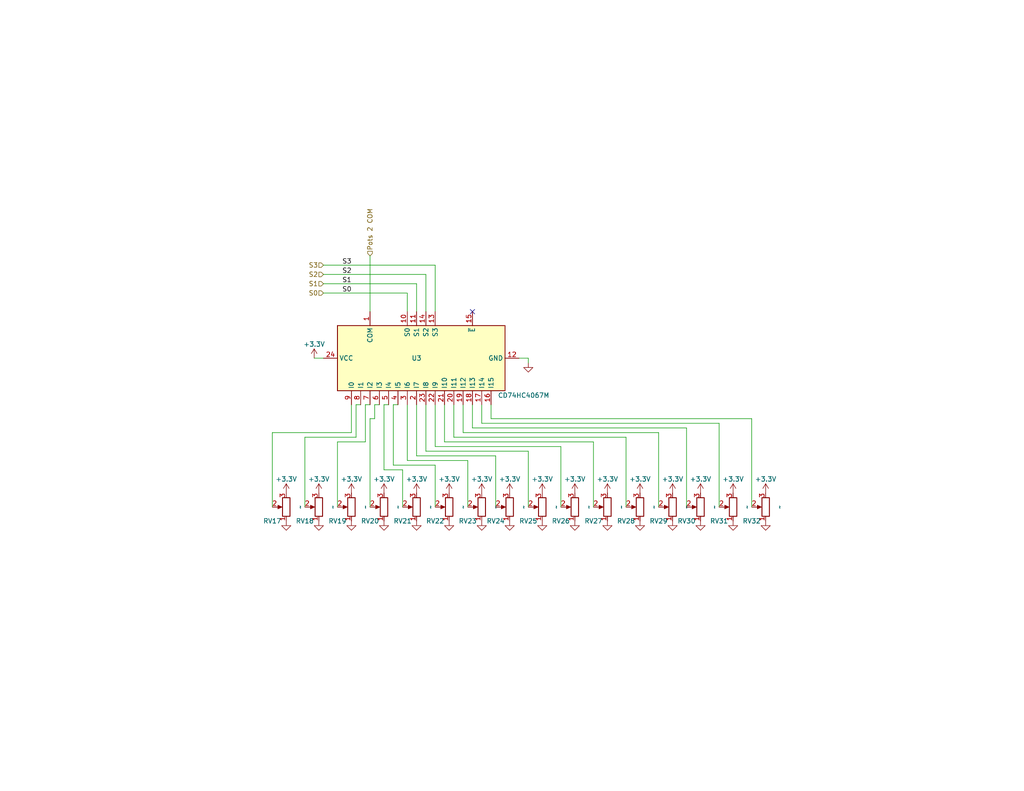
<source format=kicad_sch>
(kicad_sch (version 20230121) (generator eeschema)

  (uuid 1532a195-d179-4b7d-9b84-939ed6c6686b)

  (paper "USLetter")

  (title_block
    (title "VMC-1")
    (date "2023-12-03")
  )

  (lib_symbols
    (symbol "74xx:CD74HC4067M" (in_bom yes) (on_board yes)
      (property "Reference" "U" (at -8.89 22.86 0)
        (effects (font (size 1.27 1.27)) (justify left))
      )
      (property "Value" "CD74HC4067M" (at 1.27 22.86 0)
        (effects (font (size 1.27 1.27)) (justify left))
      )
      (property "Footprint" "Package_SO:SOIC-24W_7.5x15.4mm_P1.27mm" (at 22.86 -25.4 0)
        (effects (font (size 1.27 1.27) italic) hide)
      )
      (property "Datasheet" "http://www.ti.com/lit/ds/symlink/cd74hc4067.pdf" (at -8.89 21.59 0)
        (effects (font (size 1.27 1.27)) hide)
      )
      (property "ki_keywords" "multiplexer demultiplexer mux demux" (at 0 0 0)
        (effects (font (size 1.27 1.27)) hide)
      )
      (property "ki_description" "High-Speed CMOS Logic 16-Channel Analog Multiplexer/Demultiplexer, SOIC-24" (at 0 0 0)
        (effects (font (size 1.27 1.27)) hide)
      )
      (property "ki_fp_filters" "SOIC*W*7.5x15.4mm*P1.27mm*" (at 0 0 0)
        (effects (font (size 1.27 1.27)) hide)
      )
      (symbol "CD74HC4067M_0_1"
        (rectangle (start -8.89 21.59) (end 8.89 -24.13)
          (stroke (width 0.254) (type default))
          (fill (type background))
        )
      )
      (symbol "CD74HC4067M_1_1"
        (pin passive line (at -12.7 12.7 0) (length 3.81)
          (name "COM" (effects (font (size 1.27 1.27))))
          (number "1" (effects (font (size 1.27 1.27))))
        )
        (pin input line (at -12.7 2.54 0) (length 3.81)
          (name "S0" (effects (font (size 1.27 1.27))))
          (number "10" (effects (font (size 1.27 1.27))))
        )
        (pin input line (at -12.7 0 0) (length 3.81)
          (name "S1" (effects (font (size 1.27 1.27))))
          (number "11" (effects (font (size 1.27 1.27))))
        )
        (pin power_in line (at 0 -27.94 90) (length 3.81)
          (name "GND" (effects (font (size 1.27 1.27))))
          (number "12" (effects (font (size 1.27 1.27))))
        )
        (pin input line (at -12.7 -5.08 0) (length 3.81)
          (name "S3" (effects (font (size 1.27 1.27))))
          (number "13" (effects (font (size 1.27 1.27))))
        )
        (pin input line (at -12.7 -2.54 0) (length 3.81)
          (name "S2" (effects (font (size 1.27 1.27))))
          (number "14" (effects (font (size 1.27 1.27))))
        )
        (pin input line (at -12.7 -15.24 0) (length 3.81)
          (name "~{E}" (effects (font (size 1.27 1.27))))
          (number "15" (effects (font (size 1.27 1.27))))
        )
        (pin passive line (at 12.7 -20.32 180) (length 3.81)
          (name "I15" (effects (font (size 1.27 1.27))))
          (number "16" (effects (font (size 1.27 1.27))))
        )
        (pin passive line (at 12.7 -17.78 180) (length 3.81)
          (name "I14" (effects (font (size 1.27 1.27))))
          (number "17" (effects (font (size 1.27 1.27))))
        )
        (pin passive line (at 12.7 -15.24 180) (length 3.81)
          (name "I13" (effects (font (size 1.27 1.27))))
          (number "18" (effects (font (size 1.27 1.27))))
        )
        (pin passive line (at 12.7 -12.7 180) (length 3.81)
          (name "I12" (effects (font (size 1.27 1.27))))
          (number "19" (effects (font (size 1.27 1.27))))
        )
        (pin passive line (at 12.7 0 180) (length 3.81)
          (name "I7" (effects (font (size 1.27 1.27))))
          (number "2" (effects (font (size 1.27 1.27))))
        )
        (pin passive line (at 12.7 -10.16 180) (length 3.81)
          (name "I11" (effects (font (size 1.27 1.27))))
          (number "20" (effects (font (size 1.27 1.27))))
        )
        (pin passive line (at 12.7 -7.62 180) (length 3.81)
          (name "I10" (effects (font (size 1.27 1.27))))
          (number "21" (effects (font (size 1.27 1.27))))
        )
        (pin passive line (at 12.7 -5.08 180) (length 3.81)
          (name "I9" (effects (font (size 1.27 1.27))))
          (number "22" (effects (font (size 1.27 1.27))))
        )
        (pin passive line (at 12.7 -2.54 180) (length 3.81)
          (name "I8" (effects (font (size 1.27 1.27))))
          (number "23" (effects (font (size 1.27 1.27))))
        )
        (pin power_in line (at 0 25.4 270) (length 3.81)
          (name "VCC" (effects (font (size 1.27 1.27))))
          (number "24" (effects (font (size 1.27 1.27))))
        )
        (pin passive line (at 12.7 2.54 180) (length 3.81)
          (name "I6" (effects (font (size 1.27 1.27))))
          (number "3" (effects (font (size 1.27 1.27))))
        )
        (pin passive line (at 12.7 5.08 180) (length 3.81)
          (name "I5" (effects (font (size 1.27 1.27))))
          (number "4" (effects (font (size 1.27 1.27))))
        )
        (pin passive line (at 12.7 7.62 180) (length 3.81)
          (name "I4" (effects (font (size 1.27 1.27))))
          (number "5" (effects (font (size 1.27 1.27))))
        )
        (pin passive line (at 12.7 10.16 180) (length 3.81)
          (name "I3" (effects (font (size 1.27 1.27))))
          (number "6" (effects (font (size 1.27 1.27))))
        )
        (pin passive line (at 12.7 12.7 180) (length 3.81)
          (name "I2" (effects (font (size 1.27 1.27))))
          (number "7" (effects (font (size 1.27 1.27))))
        )
        (pin passive line (at 12.7 15.24 180) (length 3.81)
          (name "I1" (effects (font (size 1.27 1.27))))
          (number "8" (effects (font (size 1.27 1.27))))
        )
        (pin passive line (at 12.7 17.78 180) (length 3.81)
          (name "I0" (effects (font (size 1.27 1.27))))
          (number "9" (effects (font (size 1.27 1.27))))
        )
      )
    )
    (symbol "Device:R_Potentiometer" (pin_names (offset 1.016) hide) (in_bom yes) (on_board yes)
      (property "Reference" "RV" (at -4.445 0 90)
        (effects (font (size 1.27 1.27)))
      )
      (property "Value" "R_Potentiometer" (at -2.54 0 90)
        (effects (font (size 1.27 1.27)))
      )
      (property "Footprint" "" (at 0 0 0)
        (effects (font (size 1.27 1.27)) hide)
      )
      (property "Datasheet" "~" (at 0 0 0)
        (effects (font (size 1.27 1.27)) hide)
      )
      (property "ki_keywords" "resistor variable" (at 0 0 0)
        (effects (font (size 1.27 1.27)) hide)
      )
      (property "ki_description" "Potentiometer" (at 0 0 0)
        (effects (font (size 1.27 1.27)) hide)
      )
      (property "ki_fp_filters" "Potentiometer*" (at 0 0 0)
        (effects (font (size 1.27 1.27)) hide)
      )
      (symbol "R_Potentiometer_0_1"
        (polyline
          (pts
            (xy 2.54 0)
            (xy 1.524 0)
          )
          (stroke (width 0) (type default))
          (fill (type none))
        )
        (polyline
          (pts
            (xy 1.143 0)
            (xy 2.286 0.508)
            (xy 2.286 -0.508)
            (xy 1.143 0)
          )
          (stroke (width 0) (type default))
          (fill (type outline))
        )
        (rectangle (start 1.016 2.54) (end -1.016 -2.54)
          (stroke (width 0.254) (type default))
          (fill (type none))
        )
      )
      (symbol "R_Potentiometer_1_1"
        (pin passive line (at 0 3.81 270) (length 1.27)
          (name "1" (effects (font (size 1.27 1.27))))
          (number "1" (effects (font (size 1.27 1.27))))
        )
        (pin passive line (at 3.81 0 180) (length 1.27)
          (name "2" (effects (font (size 1.27 1.27))))
          (number "2" (effects (font (size 1.27 1.27))))
        )
        (pin passive line (at 0 -3.81 90) (length 1.27)
          (name "3" (effects (font (size 1.27 1.27))))
          (number "3" (effects (font (size 1.27 1.27))))
        )
      )
    )
    (symbol "power:+3.3V" (power) (pin_names (offset 0)) (in_bom yes) (on_board yes)
      (property "Reference" "#PWR" (at 0 -3.81 0)
        (effects (font (size 1.27 1.27)) hide)
      )
      (property "Value" "+3.3V" (at 0 3.556 0)
        (effects (font (size 1.27 1.27)))
      )
      (property "Footprint" "" (at 0 0 0)
        (effects (font (size 1.27 1.27)) hide)
      )
      (property "Datasheet" "" (at 0 0 0)
        (effects (font (size 1.27 1.27)) hide)
      )
      (property "ki_keywords" "global power" (at 0 0 0)
        (effects (font (size 1.27 1.27)) hide)
      )
      (property "ki_description" "Power symbol creates a global label with name \"+3.3V\"" (at 0 0 0)
        (effects (font (size 1.27 1.27)) hide)
      )
      (symbol "+3.3V_0_1"
        (polyline
          (pts
            (xy -0.762 1.27)
            (xy 0 2.54)
          )
          (stroke (width 0) (type default))
          (fill (type none))
        )
        (polyline
          (pts
            (xy 0 0)
            (xy 0 2.54)
          )
          (stroke (width 0) (type default))
          (fill (type none))
        )
        (polyline
          (pts
            (xy 0 2.54)
            (xy 0.762 1.27)
          )
          (stroke (width 0) (type default))
          (fill (type none))
        )
      )
      (symbol "+3.3V_1_1"
        (pin power_in line (at 0 0 90) (length 0) hide
          (name "+3.3V" (effects (font (size 1.27 1.27))))
          (number "1" (effects (font (size 1.27 1.27))))
        )
      )
    )
    (symbol "power:GND" (power) (pin_names (offset 0)) (in_bom yes) (on_board yes)
      (property "Reference" "#PWR" (at 0 -6.35 0)
        (effects (font (size 1.27 1.27)) hide)
      )
      (property "Value" "GND" (at 0 -3.81 0)
        (effects (font (size 1.27 1.27)))
      )
      (property "Footprint" "" (at 0 0 0)
        (effects (font (size 1.27 1.27)) hide)
      )
      (property "Datasheet" "" (at 0 0 0)
        (effects (font (size 1.27 1.27)) hide)
      )
      (property "ki_keywords" "global power" (at 0 0 0)
        (effects (font (size 1.27 1.27)) hide)
      )
      (property "ki_description" "Power symbol creates a global label with name \"GND\" , ground" (at 0 0 0)
        (effects (font (size 1.27 1.27)) hide)
      )
      (symbol "GND_0_1"
        (polyline
          (pts
            (xy 0 0)
            (xy 0 -1.27)
            (xy 1.27 -1.27)
            (xy 0 -2.54)
            (xy -1.27 -1.27)
            (xy 0 -1.27)
          )
          (stroke (width 0) (type default))
          (fill (type none))
        )
      )
      (symbol "GND_1_1"
        (pin power_in line (at 0 0 270) (length 0) hide
          (name "GND" (effects (font (size 1.27 1.27))))
          (number "1" (effects (font (size 1.27 1.27))))
        )
      )
    )
  )


  (no_connect (at 128.905 85.09) (uuid cc2a9182-6da3-4ce5-bd57-a23c7c73e930))

  (wire (pts (xy 99.695 120.65) (xy 92.075 120.65))
    (stroke (width 0) (type default))
    (uuid 041bf826-6f84-40cb-94a0-bee8c2adc593)
  )
  (wire (pts (xy 118.745 85.09) (xy 118.745 72.39))
    (stroke (width 0) (type default))
    (uuid 0500cee7-6f2e-403b-921b-ebef94423691)
  )
  (wire (pts (xy 135.255 124.46) (xy 113.665 124.46))
    (stroke (width 0) (type default))
    (uuid 071ff829-947b-49b1-9034-cd086d47bb12)
  )
  (wire (pts (xy 88.265 77.47) (xy 113.665 77.47))
    (stroke (width 0) (type default))
    (uuid 09544cf8-8f48-45fe-8a0f-de1f22364772)
  )
  (wire (pts (xy 74.295 118.11) (xy 74.295 138.43))
    (stroke (width 0) (type default))
    (uuid 0a2461d9-fa6c-4ba2-8d5d-b4c439f8bf45)
  )
  (wire (pts (xy 128.905 116.84) (xy 128.905 110.49))
    (stroke (width 0) (type default))
    (uuid 0b135859-523a-4383-880c-98643b943de3)
  )
  (wire (pts (xy 121.285 120.65) (xy 161.925 120.65))
    (stroke (width 0) (type default))
    (uuid 15324f81-0283-4528-9154-bf7d301fc451)
  )
  (wire (pts (xy 133.985 114.3) (xy 133.985 110.49))
    (stroke (width 0) (type default))
    (uuid 1a82e29e-b302-4fc3-a886-b76266f59a4f)
  )
  (wire (pts (xy 153.035 121.92) (xy 118.745 121.92))
    (stroke (width 0) (type default))
    (uuid 1dc2c698-543a-4cff-98d9-9cee16f7f646)
  )
  (wire (pts (xy 116.205 74.93) (xy 116.205 85.09))
    (stroke (width 0) (type default))
    (uuid 23259bf0-4686-4a2d-bbf2-eafbdbdb3288)
  )
  (wire (pts (xy 205.105 114.3) (xy 133.985 114.3))
    (stroke (width 0) (type default))
    (uuid 2cc8b758-b3d1-40b8-882d-9cb7388d69cd)
  )
  (wire (pts (xy 100.965 69.85) (xy 100.965 85.09))
    (stroke (width 0) (type default))
    (uuid 34701630-3323-4a97-876c-3e590cb6ee3e)
  )
  (wire (pts (xy 95.885 118.11) (xy 95.885 110.49))
    (stroke (width 0) (type default))
    (uuid 4372a5e4-f0fb-4a38-a214-31a1f058fa67)
  )
  (wire (pts (xy 100.965 114.3) (xy 102.235 114.3))
    (stroke (width 0) (type default))
    (uuid 4af43eba-0d03-453b-8d88-698c624f2117)
  )
  (wire (pts (xy 170.815 119.38) (xy 170.815 138.43))
    (stroke (width 0) (type default))
    (uuid 4bc1bd54-9efc-4a97-a7e5-9ff4d2617745)
  )
  (wire (pts (xy 144.145 97.79) (xy 144.145 99.06))
    (stroke (width 0) (type default))
    (uuid 4db9d63d-4778-43df-9759-97d8d9b25324)
  )
  (wire (pts (xy 104.775 128.27) (xy 104.775 110.49))
    (stroke (width 0) (type default))
    (uuid 59494f0c-8b2f-4ef9-90b8-c6a90badb240)
  )
  (wire (pts (xy 111.125 80.01) (xy 88.265 80.01))
    (stroke (width 0) (type default))
    (uuid 5ffed7e2-dd1f-4419-b215-a54303a9662d)
  )
  (wire (pts (xy 109.855 138.43) (xy 109.855 128.27))
    (stroke (width 0) (type default))
    (uuid 629d81cc-f724-401f-8240-92867657a889)
  )
  (wire (pts (xy 161.925 120.65) (xy 161.925 138.43))
    (stroke (width 0) (type default))
    (uuid 644fc6ad-a3d9-4545-a406-b68a7940f653)
  )
  (wire (pts (xy 92.075 120.65) (xy 92.075 138.43))
    (stroke (width 0) (type default))
    (uuid 6a9c7658-af6f-4964-9bda-b734345baabf)
  )
  (wire (pts (xy 111.125 110.49) (xy 111.125 125.73))
    (stroke (width 0) (type default))
    (uuid 6ca04b28-ec3f-428e-8f90-99951c9e9810)
  )
  (wire (pts (xy 83.185 119.38) (xy 83.185 138.43))
    (stroke (width 0) (type default))
    (uuid 6cfbca71-d5c1-40a4-a753-bb921f361b9d)
  )
  (wire (pts (xy 131.445 110.49) (xy 131.445 115.57))
    (stroke (width 0) (type default))
    (uuid 6e23b7e7-44cb-44bb-812f-21e50ce2212b)
  )
  (wire (pts (xy 121.285 110.49) (xy 121.285 120.65))
    (stroke (width 0) (type default))
    (uuid 6f2a8e1b-eded-491e-9fc4-2edecf0f69dd)
  )
  (wire (pts (xy 97.155 110.49) (xy 98.425 110.49))
    (stroke (width 0) (type default))
    (uuid 6f9b6c90-5484-44ec-87bd-9268d2feba95)
  )
  (wire (pts (xy 97.155 119.38) (xy 83.185 119.38))
    (stroke (width 0) (type default))
    (uuid 74608ffc-d223-44c4-8433-a84839bcfd4d)
  )
  (wire (pts (xy 187.325 116.84) (xy 128.905 116.84))
    (stroke (width 0) (type default))
    (uuid 79d29f62-e9f8-49b1-875c-17b98db98c82)
  )
  (wire (pts (xy 126.365 118.11) (xy 179.705 118.11))
    (stroke (width 0) (type default))
    (uuid 80be1e94-0d91-40df-83e9-ac74a2973cb0)
  )
  (wire (pts (xy 179.705 118.11) (xy 179.705 138.43))
    (stroke (width 0) (type default))
    (uuid 82f05eda-c095-4e11-aea4-eec698698316)
  )
  (wire (pts (xy 88.265 74.93) (xy 116.205 74.93))
    (stroke (width 0) (type default))
    (uuid 841afc3e-266b-4a4c-8971-9902d72495d0)
  )
  (wire (pts (xy 97.155 110.49) (xy 97.155 119.38))
    (stroke (width 0) (type default))
    (uuid 87924de8-4e08-4fc2-9005-c423f765bacf)
  )
  (wire (pts (xy 144.145 123.19) (xy 144.145 138.43))
    (stroke (width 0) (type default))
    (uuid 898ea81c-633f-4619-a0ec-5e53283cdd7c)
  )
  (wire (pts (xy 109.855 128.27) (xy 104.775 128.27))
    (stroke (width 0) (type default))
    (uuid 8b08cdcb-4a43-4401-9007-f22ac08d31bd)
  )
  (wire (pts (xy 118.745 138.43) (xy 118.745 127))
    (stroke (width 0) (type default))
    (uuid 8cfd3956-3443-4583-945c-ecdd5aa7ac9f)
  )
  (wire (pts (xy 100.965 138.43) (xy 100.965 114.3))
    (stroke (width 0) (type default))
    (uuid 8d066ee6-8079-4196-b6d7-698184f63e31)
  )
  (wire (pts (xy 131.445 115.57) (xy 196.215 115.57))
    (stroke (width 0) (type default))
    (uuid 9e3ac8cb-dfe5-40b3-8c44-e6df2547c751)
  )
  (wire (pts (xy 118.745 121.92) (xy 118.745 110.49))
    (stroke (width 0) (type default))
    (uuid 9fcae869-5b11-44cc-b75c-e3f83db11a1f)
  )
  (wire (pts (xy 102.235 114.3) (xy 102.235 110.49))
    (stroke (width 0) (type default))
    (uuid a2aa005e-55e8-47de-8ded-6c6c9da750c5)
  )
  (wire (pts (xy 113.665 124.46) (xy 113.665 110.49))
    (stroke (width 0) (type default))
    (uuid a842283d-ce8b-4ed1-9494-a8efb2f2213c)
  )
  (wire (pts (xy 85.725 97.79) (xy 88.265 97.79))
    (stroke (width 0) (type default))
    (uuid a97365b5-e507-4ad9-a1fa-e41f14faca30)
  )
  (wire (pts (xy 126.365 110.49) (xy 126.365 118.11))
    (stroke (width 0) (type default))
    (uuid a97559e8-1b20-436f-b990-170e3dbbf02f)
  )
  (wire (pts (xy 196.215 115.57) (xy 196.215 138.43))
    (stroke (width 0) (type default))
    (uuid ac323149-f06e-41e3-ba34-61c67bd1eb93)
  )
  (wire (pts (xy 111.125 125.73) (xy 127.635 125.73))
    (stroke (width 0) (type default))
    (uuid b085603e-4a94-411a-a224-0bb7da119e34)
  )
  (wire (pts (xy 116.205 123.19) (xy 144.145 123.19))
    (stroke (width 0) (type default))
    (uuid b557b09c-d556-4277-bbd0-ec4814543cbb)
  )
  (wire (pts (xy 144.145 97.79) (xy 141.605 97.79))
    (stroke (width 0) (type default))
    (uuid b6a55be9-3beb-4e14-a1d7-703ab75c92f2)
  )
  (wire (pts (xy 118.745 127) (xy 107.315 127))
    (stroke (width 0) (type default))
    (uuid ba1299e5-75ff-4173-8cae-9bac8c3f070d)
  )
  (wire (pts (xy 107.315 127) (xy 107.315 110.49))
    (stroke (width 0) (type default))
    (uuid bbd869b1-0542-4e6b-a207-8938c9396a7e)
  )
  (wire (pts (xy 99.695 110.49) (xy 100.965 110.49))
    (stroke (width 0) (type default))
    (uuid bd17cbfb-ceb7-4e2e-83f9-aa1c8a222e06)
  )
  (wire (pts (xy 102.235 110.49) (xy 103.505 110.49))
    (stroke (width 0) (type default))
    (uuid c25f2954-045c-4594-924c-7ae5d6832efe)
  )
  (wire (pts (xy 205.105 114.3) (xy 205.105 138.43))
    (stroke (width 0) (type default))
    (uuid d221f5ae-80a0-42fc-8cc3-ce805410fc29)
  )
  (wire (pts (xy 113.665 77.47) (xy 113.665 85.09))
    (stroke (width 0) (type default))
    (uuid d236d153-5451-47e8-84aa-cb384ed041f2)
  )
  (wire (pts (xy 116.205 110.49) (xy 116.205 123.19))
    (stroke (width 0) (type default))
    (uuid dec22c97-c809-4fe1-a3df-050efc6e051c)
  )
  (wire (pts (xy 187.325 116.84) (xy 187.325 138.43))
    (stroke (width 0) (type default))
    (uuid e0e3492b-dcff-4e96-9a52-216675210106)
  )
  (wire (pts (xy 104.775 110.49) (xy 106.045 110.49))
    (stroke (width 0) (type default))
    (uuid e40b248a-3f41-43ad-a28d-66648c90d7b5)
  )
  (wire (pts (xy 170.815 119.38) (xy 123.825 119.38))
    (stroke (width 0) (type default))
    (uuid e6d541b4-cd66-4594-931c-6adb597164e4)
  )
  (wire (pts (xy 111.125 85.09) (xy 111.125 80.01))
    (stroke (width 0) (type default))
    (uuid e8a82855-5c61-445f-988f-b7f27b222c47)
  )
  (wire (pts (xy 123.825 119.38) (xy 123.825 110.49))
    (stroke (width 0) (type default))
    (uuid ed275cbc-85f1-4a3d-81e6-6f44bb0f5567)
  )
  (wire (pts (xy 127.635 125.73) (xy 127.635 138.43))
    (stroke (width 0) (type default))
    (uuid efb1d23f-4aa4-4dac-b6e4-bec21e1a81c1)
  )
  (wire (pts (xy 153.035 121.92) (xy 153.035 138.43))
    (stroke (width 0) (type default))
    (uuid f207c0dd-cb0a-4392-9675-c7d0c314564c)
  )
  (wire (pts (xy 95.885 118.11) (xy 74.295 118.11))
    (stroke (width 0) (type default))
    (uuid f22c5161-a964-43b6-8799-229279115a3f)
  )
  (wire (pts (xy 107.315 110.49) (xy 108.585 110.49))
    (stroke (width 0) (type default))
    (uuid f4ad4cac-308d-4ace-ba60-f672c2e32b0c)
  )
  (wire (pts (xy 99.695 110.49) (xy 99.695 120.65))
    (stroke (width 0) (type default))
    (uuid f5dde4d9-a3f8-40cf-bb79-148d7aadacc0)
  )
  (wire (pts (xy 118.745 72.39) (xy 88.265 72.39))
    (stroke (width 0) (type default))
    (uuid fcd0ce7c-ac0a-47d0-bfb2-2e78e976aa6c)
  )
  (wire (pts (xy 135.255 124.46) (xy 135.255 138.43))
    (stroke (width 0) (type default))
    (uuid fe69745b-e02f-425e-8bc7-401c2feecea9)
  )

  (label "S3" (at 93.345 72.39 0) (fields_autoplaced)
    (effects (font (size 1.27 1.27)) (justify left bottom))
    (uuid 19c3048d-01c8-433f-b894-34323f77705c)
  )
  (label "S2" (at 93.345 74.93 0) (fields_autoplaced)
    (effects (font (size 1.27 1.27)) (justify left bottom))
    (uuid 68b5f1e0-3773-4d3b-a30f-fe398523098f)
  )
  (label "S0" (at 93.345 80.01 0) (fields_autoplaced)
    (effects (font (size 1.27 1.27)) (justify left bottom))
    (uuid a3519abe-82ab-4b9a-8f2c-0b21c19d2431)
  )
  (label "S1" (at 93.345 77.47 0) (fields_autoplaced)
    (effects (font (size 1.27 1.27)) (justify left bottom))
    (uuid bfc1b291-0b84-4dc8-8474-4a572aa8699f)
  )

  (hierarchical_label "S2" (shape input) (at 88.265 74.93 180) (fields_autoplaced)
    (effects (font (size 1.27 1.27)) (justify right))
    (uuid 676a2402-471b-4a42-8125-e23439ec959b)
  )
  (hierarchical_label "Pots 2 COM" (shape input) (at 100.965 69.85 90) (fields_autoplaced)
    (effects (font (size 1.27 1.27)) (justify left))
    (uuid 995b32ad-0c11-4077-92d8-f34f6ad35128)
  )
  (hierarchical_label "S1" (shape input) (at 88.265 77.47 180) (fields_autoplaced)
    (effects (font (size 1.27 1.27)) (justify right))
    (uuid 9db66e0d-5b9a-4b67-9af9-57be18902231)
  )
  (hierarchical_label "S0" (shape input) (at 88.265 80.01 180) (fields_autoplaced)
    (effects (font (size 1.27 1.27)) (justify right))
    (uuid cd4a8f7f-7c45-4028-855f-c98c6bd1413e)
  )
  (hierarchical_label "S3" (shape input) (at 88.265 72.39 180) (fields_autoplaced)
    (effects (font (size 1.27 1.27)) (justify right))
    (uuid ee33b21e-5f64-485f-a86a-46794c3133c6)
  )

  (symbol (lib_id "power:GND") (at 208.915 142.24 0) (unit 1)
    (in_bom yes) (on_board yes) (dnp no) (fields_autoplaced)
    (uuid 055501c0-c5fb-4fd0-a01e-fcb08fb55fff)
    (property "Reference" "#PWR075" (at 208.915 148.59 0)
      (effects (font (size 1.27 1.27)) hide)
    )
    (property "Value" "GND" (at 208.915 147.32 0)
      (effects (font (size 1.27 1.27)) hide)
    )
    (property "Footprint" "" (at 208.915 142.24 0)
      (effects (font (size 1.27 1.27)) hide)
    )
    (property "Datasheet" "" (at 208.915 142.24 0)
      (effects (font (size 1.27 1.27)) hide)
    )
    (pin "1" (uuid a263e9e6-9f7f-44a9-a6b6-5d76b4c51c83))
    (instances
      (project "VMC1"
        (path "/030598bf-3d55-483a-af42-40ff6f2e377a/0e4dff31-92f3-4306-89d1-37404e655862"
          (reference "#PWR075") (unit 1)
        )
      )
      (project "V"
        (path "/f9418f3a-fa41-4a3d-8541-c10ffd215f7d/7ffcc307-6cac-4824-b607-a8f1674c733d"
          (reference "#PWR036") (unit 1)
        )
      )
    )
  )

  (symbol (lib_id "power:+3.3V") (at 78.105 134.62 0) (unit 1)
    (in_bom yes) (on_board yes) (dnp no)
    (uuid 1e015172-d733-497e-a48a-071e3c59246a)
    (property "Reference" "#PWR044" (at 78.105 138.43 0)
      (effects (font (size 1.27 1.27)) hide)
    )
    (property "Value" "+3.3V" (at 78.105 130.81 0)
      (effects (font (size 1.27 1.27)))
    )
    (property "Footprint" "" (at 78.105 134.62 0)
      (effects (font (size 1.27 1.27)) hide)
    )
    (property "Datasheet" "" (at 78.105 134.62 0)
      (effects (font (size 1.27 1.27)) hide)
    )
    (pin "1" (uuid cefa3bff-d505-44ec-b49b-8174f2174fd7))
    (instances
      (project "VMC1"
        (path "/030598bf-3d55-483a-af42-40ff6f2e377a/0e4dff31-92f3-4306-89d1-37404e655862"
          (reference "#PWR044") (unit 1)
        )
      )
      (project "V"
        (path "/f9418f3a-fa41-4a3d-8541-c10ffd215f7d/7ffcc307-6cac-4824-b607-a8f1674c733d"
          (reference "#PWR09") (unit 1)
        )
      )
    )
  )

  (symbol (lib_id "Device:R_Potentiometer") (at 208.915 138.43 180) (unit 1)
    (in_bom yes) (on_board yes) (dnp no)
    (uuid 20f2cf17-efec-4be6-a493-c448c95542d4)
    (property "Reference" "RV32" (at 205.105 142.24 0)
      (effects (font (size 1.27 1.27)))
    )
    (property "Value" "~" (at 212.725 138.43 90)
      (effects (font (size 1.27 1.27)))
    )
    (property "Footprint" "Potentiometer_THT:Potentiometer_Bourns_PTA3043_Single_Slide" (at 208.915 138.43 0)
      (effects (font (size 1.27 1.27)) hide)
    )
    (property "Datasheet" "~" (at 208.915 138.43 0)
      (effects (font (size 1.27 1.27)) hide)
    )
    (pin "1" (uuid d6453caa-ff5e-4e52-a383-48c20907a70d))
    (pin "2" (uuid d5a1dcee-bb0b-4bb1-8f28-606a0abf80ea))
    (pin "3" (uuid 788b77b0-feaf-4ec3-b2c3-1e9960bc915c))
    (instances
      (project "VMC1"
        (path "/030598bf-3d55-483a-af42-40ff6f2e377a/0e4dff31-92f3-4306-89d1-37404e655862"
          (reference "RV32") (unit 1)
        )
      )
      (project "V"
        (path "/f9418f3a-fa41-4a3d-8541-c10ffd215f7d/7ffcc307-6cac-4824-b607-a8f1674c733d"
          (reference "RV?") (unit 1)
        )
      )
    )
  )

  (symbol (lib_id "Device:R_Potentiometer") (at 104.775 138.43 180) (unit 1)
    (in_bom yes) (on_board yes) (dnp no)
    (uuid 3c2bdfc8-77df-4eb3-b0e4-62d038c7c07c)
    (property "Reference" "RV20" (at 100.965 142.24 0)
      (effects (font (size 1.27 1.27)))
    )
    (property "Value" "~" (at 108.585 138.43 90)
      (effects (font (size 1.27 1.27)))
    )
    (property "Footprint" "Potentiometer_THT:Potentiometer_Bourns_PTA3043_Single_Slide" (at 104.775 138.43 0)
      (effects (font (size 1.27 1.27)) hide)
    )
    (property "Datasheet" "~" (at 104.775 138.43 0)
      (effects (font (size 1.27 1.27)) hide)
    )
    (pin "1" (uuid c32aa328-eec3-46f0-bdc5-395ea5a915f7))
    (pin "2" (uuid d32dcf8b-ae96-4f78-aa57-853ed2085912))
    (pin "3" (uuid 916b90a0-6abc-4e8c-a836-5a244b2d984c))
    (instances
      (project "VMC1"
        (path "/030598bf-3d55-483a-af42-40ff6f2e377a/0e4dff31-92f3-4306-89d1-37404e655862"
          (reference "RV20") (unit 1)
        )
      )
      (project "V"
        (path "/f9418f3a-fa41-4a3d-8541-c10ffd215f7d/7ffcc307-6cac-4824-b607-a8f1674c733d"
          (reference "RV?") (unit 1)
        )
      )
    )
  )

  (symbol (lib_id "power:+3.3V") (at 104.775 134.62 0) (unit 1)
    (in_bom yes) (on_board yes) (dnp no)
    (uuid 3fb66431-f9e7-42cc-b04c-58d9576da88f)
    (property "Reference" "#PWR047" (at 104.775 138.43 0)
      (effects (font (size 1.27 1.27)) hide)
    )
    (property "Value" "+3.3V" (at 104.775 130.81 0)
      (effects (font (size 1.27 1.27)))
    )
    (property "Footprint" "" (at 104.775 134.62 0)
      (effects (font (size 1.27 1.27)) hide)
    )
    (property "Datasheet" "" (at 104.775 134.62 0)
      (effects (font (size 1.27 1.27)) hide)
    )
    (pin "1" (uuid 72335a74-33d2-4fa1-8fd8-648d78ff326c))
    (instances
      (project "VMC1"
        (path "/030598bf-3d55-483a-af42-40ff6f2e377a/0e4dff31-92f3-4306-89d1-37404e655862"
          (reference "#PWR047") (unit 1)
        )
      )
      (project "V"
        (path "/f9418f3a-fa41-4a3d-8541-c10ffd215f7d/7ffcc307-6cac-4824-b607-a8f1674c733d"
          (reference "#PWR011") (unit 1)
        )
      )
    )
  )

  (symbol (lib_id "power:+3.3V") (at 147.955 134.62 0) (unit 1)
    (in_bom yes) (on_board yes) (dnp no)
    (uuid 40314b67-d822-4b01-8e74-a977409de40e)
    (property "Reference" "#PWR052" (at 147.955 138.43 0)
      (effects (font (size 1.27 1.27)) hide)
    )
    (property "Value" "+3.3V" (at 147.955 130.81 0)
      (effects (font (size 1.27 1.27)))
    )
    (property "Footprint" "" (at 147.955 134.62 0)
      (effects (font (size 1.27 1.27)) hide)
    )
    (property "Datasheet" "" (at 147.955 134.62 0)
      (effects (font (size 1.27 1.27)) hide)
    )
    (pin "1" (uuid 0c26f56a-f231-42d6-92df-556252b40dc8))
    (instances
      (project "VMC1"
        (path "/030598bf-3d55-483a-af42-40ff6f2e377a/0e4dff31-92f3-4306-89d1-37404e655862"
          (reference "#PWR052") (unit 1)
        )
      )
      (project "V"
        (path "/f9418f3a-fa41-4a3d-8541-c10ffd215f7d/7ffcc307-6cac-4824-b607-a8f1674c733d"
          (reference "#PWR021") (unit 1)
        )
      )
    )
  )

  (symbol (lib_id "power:GND") (at 78.105 142.24 0) (unit 1)
    (in_bom yes) (on_board yes) (dnp no) (fields_autoplaced)
    (uuid 44ee7588-7181-4cf4-9b36-0f0c77eb4316)
    (property "Reference" "#PWR060" (at 78.105 148.59 0)
      (effects (font (size 1.27 1.27)) hide)
    )
    (property "Value" "GND" (at 78.105 147.32 0)
      (effects (font (size 1.27 1.27)) hide)
    )
    (property "Footprint" "" (at 78.105 142.24 0)
      (effects (font (size 1.27 1.27)) hide)
    )
    (property "Datasheet" "" (at 78.105 142.24 0)
      (effects (font (size 1.27 1.27)) hide)
    )
    (pin "1" (uuid d6558ce5-5fd3-4868-ad63-8a3cec27488b))
    (instances
      (project "VMC1"
        (path "/030598bf-3d55-483a-af42-40ff6f2e377a/0e4dff31-92f3-4306-89d1-37404e655862"
          (reference "#PWR060") (unit 1)
        )
      )
      (project "V"
        (path "/f9418f3a-fa41-4a3d-8541-c10ffd215f7d/7ffcc307-6cac-4824-b607-a8f1674c733d"
          (reference "#PWR010") (unit 1)
        )
      )
    )
  )

  (symbol (lib_id "power:GND") (at 104.775 142.24 0) (unit 1)
    (in_bom yes) (on_board yes) (dnp no) (fields_autoplaced)
    (uuid 464093e0-5257-4821-8329-075bd2160d39)
    (property "Reference" "#PWR063" (at 104.775 148.59 0)
      (effects (font (size 1.27 1.27)) hide)
    )
    (property "Value" "GND" (at 104.775 147.32 0)
      (effects (font (size 1.27 1.27)) hide)
    )
    (property "Footprint" "" (at 104.775 142.24 0)
      (effects (font (size 1.27 1.27)) hide)
    )
    (property "Datasheet" "" (at 104.775 142.24 0)
      (effects (font (size 1.27 1.27)) hide)
    )
    (pin "1" (uuid 9f309beb-3a1e-4d0b-bbfa-bdcdd9b3573e))
    (instances
      (project "VMC1"
        (path "/030598bf-3d55-483a-af42-40ff6f2e377a/0e4dff31-92f3-4306-89d1-37404e655862"
          (reference "#PWR063") (unit 1)
        )
      )
      (project "V"
        (path "/f9418f3a-fa41-4a3d-8541-c10ffd215f7d/7ffcc307-6cac-4824-b607-a8f1674c733d"
          (reference "#PWR014") (unit 1)
        )
      )
    )
  )

  (symbol (lib_id "power:+3.3V") (at 191.135 134.62 0) (unit 1)
    (in_bom yes) (on_board yes) (dnp no)
    (uuid 4e2d4603-773e-4a8f-8e7e-823f2de84c70)
    (property "Reference" "#PWR057" (at 191.135 138.43 0)
      (effects (font (size 1.27 1.27)) hide)
    )
    (property "Value" "+3.3V" (at 191.135 130.81 0)
      (effects (font (size 1.27 1.27)))
    )
    (property "Footprint" "" (at 191.135 134.62 0)
      (effects (font (size 1.27 1.27)) hide)
    )
    (property "Datasheet" "" (at 191.135 134.62 0)
      (effects (font (size 1.27 1.27)) hide)
    )
    (pin "1" (uuid 2440a3ba-3ca9-4baf-ab0f-1359253e0aae))
    (instances
      (project "VMC1"
        (path "/030598bf-3d55-483a-af42-40ff6f2e377a/0e4dff31-92f3-4306-89d1-37404e655862"
          (reference "#PWR057") (unit 1)
        )
      )
      (project "V"
        (path "/f9418f3a-fa41-4a3d-8541-c10ffd215f7d/7ffcc307-6cac-4824-b607-a8f1674c733d"
          (reference "#PWR031") (unit 1)
        )
      )
    )
  )

  (symbol (lib_id "Device:R_Potentiometer") (at 78.105 138.43 180) (unit 1)
    (in_bom yes) (on_board yes) (dnp no)
    (uuid 50f4d9e7-21c2-472b-acad-99ba7d98c156)
    (property "Reference" "RV17" (at 74.295 142.24 0)
      (effects (font (size 1.27 1.27)))
    )
    (property "Value" "~" (at 81.915 138.43 90)
      (effects (font (size 1.27 1.27)))
    )
    (property "Footprint" "Potentiometer_THT:Potentiometer_Bourns_PTA3043_Single_Slide" (at 78.105 138.43 0)
      (effects (font (size 1.27 1.27)) hide)
    )
    (property "Datasheet" "~" (at 78.105 138.43 0)
      (effects (font (size 1.27 1.27)) hide)
    )
    (pin "1" (uuid af3638c7-ad05-4816-bf74-830b098ad313))
    (pin "2" (uuid c540970f-0716-401e-83c7-200e452a323f))
    (pin "3" (uuid bdd4895f-b796-4bf9-8940-794c050f2a0c))
    (instances
      (project "VMC1"
        (path "/030598bf-3d55-483a-af42-40ff6f2e377a/0e4dff31-92f3-4306-89d1-37404e655862"
          (reference "RV17") (unit 1)
        )
      )
      (project "V"
        (path "/f9418f3a-fa41-4a3d-8541-c10ffd215f7d/7ffcc307-6cac-4824-b607-a8f1674c733d"
          (reference "RV?") (unit 1)
        )
      )
    )
  )

  (symbol (lib_id "power:+3.3V") (at 113.665 134.62 0) (unit 1)
    (in_bom yes) (on_board yes) (dnp no)
    (uuid 5108f4c3-4a1e-4ec2-9983-6cf0e9decf94)
    (property "Reference" "#PWR048" (at 113.665 138.43 0)
      (effects (font (size 1.27 1.27)) hide)
    )
    (property "Value" "+3.3V" (at 113.665 130.81 0)
      (effects (font (size 1.27 1.27)))
    )
    (property "Footprint" "" (at 113.665 134.62 0)
      (effects (font (size 1.27 1.27)) hide)
    )
    (property "Datasheet" "" (at 113.665 134.62 0)
      (effects (font (size 1.27 1.27)) hide)
    )
    (pin "1" (uuid 3b82e73a-2852-46ba-857f-4360272d05c0))
    (instances
      (project "VMC1"
        (path "/030598bf-3d55-483a-af42-40ff6f2e377a/0e4dff31-92f3-4306-89d1-37404e655862"
          (reference "#PWR048") (unit 1)
        )
      )
      (project "V"
        (path "/f9418f3a-fa41-4a3d-8541-c10ffd215f7d/7ffcc307-6cac-4824-b607-a8f1674c733d"
          (reference "#PWR012") (unit 1)
        )
      )
    )
  )

  (symbol (lib_id "power:GND") (at 144.145 99.06 0) (unit 1)
    (in_bom yes) (on_board yes) (dnp no) (fields_autoplaced)
    (uuid 5f681ee8-1146-4ec5-974e-ccac3516b3a5)
    (property "Reference" "#PWR043" (at 144.145 105.41 0)
      (effects (font (size 1.27 1.27)) hide)
    )
    (property "Value" "GND" (at 144.145 104.14 0)
      (effects (font (size 1.27 1.27)) hide)
    )
    (property "Footprint" "" (at 144.145 99.06 0)
      (effects (font (size 1.27 1.27)) hide)
    )
    (property "Datasheet" "" (at 144.145 99.06 0)
      (effects (font (size 1.27 1.27)) hide)
    )
    (pin "1" (uuid 2c72bcba-fcc0-451a-9ccf-aec69de5dc88))
    (instances
      (project "VMC1"
        (path "/030598bf-3d55-483a-af42-40ff6f2e377a/0e4dff31-92f3-4306-89d1-37404e655862"
          (reference "#PWR043") (unit 1)
        )
      )
      (project "V"
        (path "/f9418f3a-fa41-4a3d-8541-c10ffd215f7d/7ffcc307-6cac-4824-b607-a8f1674c733d"
          (reference "#PWR06") (unit 1)
        )
      )
    )
  )

  (symbol (lib_id "Device:R_Potentiometer") (at 147.955 138.43 180) (unit 1)
    (in_bom yes) (on_board yes) (dnp no)
    (uuid 65a626de-73e0-47bd-87bc-9324c2578c6f)
    (property "Reference" "RV25" (at 144.145 142.24 0)
      (effects (font (size 1.27 1.27)))
    )
    (property "Value" "~" (at 151.765 138.43 90)
      (effects (font (size 1.27 1.27)))
    )
    (property "Footprint" "Potentiometer_THT:Potentiometer_Bourns_PTA3043_Single_Slide" (at 147.955 138.43 0)
      (effects (font (size 1.27 1.27)) hide)
    )
    (property "Datasheet" "~" (at 147.955 138.43 0)
      (effects (font (size 1.27 1.27)) hide)
    )
    (pin "1" (uuid 384fcf46-03af-4ac7-b142-a9051677f97d))
    (pin "2" (uuid 8b538b5f-18e3-4a6c-bd90-c1e4e67541b6))
    (pin "3" (uuid 6229c927-5b87-4189-954d-a61fe7d2995e))
    (instances
      (project "VMC1"
        (path "/030598bf-3d55-483a-af42-40ff6f2e377a/0e4dff31-92f3-4306-89d1-37404e655862"
          (reference "RV25") (unit 1)
        )
      )
      (project "V"
        (path "/f9418f3a-fa41-4a3d-8541-c10ffd215f7d/7ffcc307-6cac-4824-b607-a8f1674c733d"
          (reference "RV?") (unit 1)
        )
      )
    )
  )

  (symbol (lib_id "power:+3.3V") (at 95.885 134.62 0) (unit 1)
    (in_bom yes) (on_board yes) (dnp no)
    (uuid 67e4c962-2536-4a0f-a86b-9fce0aff6e00)
    (property "Reference" "#PWR046" (at 95.885 138.43 0)
      (effects (font (size 1.27 1.27)) hide)
    )
    (property "Value" "+3.3V" (at 95.885 130.81 0)
      (effects (font (size 1.27 1.27)))
    )
    (property "Footprint" "" (at 95.885 134.62 0)
      (effects (font (size 1.27 1.27)) hide)
    )
    (property "Datasheet" "" (at 95.885 134.62 0)
      (effects (font (size 1.27 1.27)) hide)
    )
    (pin "1" (uuid 8684da60-048e-46b8-bef6-2a4a59980150))
    (instances
      (project "VMC1"
        (path "/030598bf-3d55-483a-af42-40ff6f2e377a/0e4dff31-92f3-4306-89d1-37404e655862"
          (reference "#PWR046") (unit 1)
        )
      )
      (project "V"
        (path "/f9418f3a-fa41-4a3d-8541-c10ffd215f7d/7ffcc307-6cac-4824-b607-a8f1674c733d"
          (reference "#PWR03") (unit 1)
        )
      )
    )
  )

  (symbol (lib_id "power:+3.3V") (at 165.735 134.62 0) (unit 1)
    (in_bom yes) (on_board yes) (dnp no)
    (uuid 75612275-4b49-4b56-98ef-2a4562abbb3a)
    (property "Reference" "#PWR054" (at 165.735 138.43 0)
      (effects (font (size 1.27 1.27)) hide)
    )
    (property "Value" "+3.3V" (at 165.735 130.81 0)
      (effects (font (size 1.27 1.27)))
    )
    (property "Footprint" "" (at 165.735 134.62 0)
      (effects (font (size 1.27 1.27)) hide)
    )
    (property "Datasheet" "" (at 165.735 134.62 0)
      (effects (font (size 1.27 1.27)) hide)
    )
    (pin "1" (uuid 6ccb7fb9-40ac-42fd-83f7-d30ca545d710))
    (instances
      (project "VMC1"
        (path "/030598bf-3d55-483a-af42-40ff6f2e377a/0e4dff31-92f3-4306-89d1-37404e655862"
          (reference "#PWR054") (unit 1)
        )
      )
      (project "V"
        (path "/f9418f3a-fa41-4a3d-8541-c10ffd215f7d/7ffcc307-6cac-4824-b607-a8f1674c733d"
          (reference "#PWR025") (unit 1)
        )
      )
    )
  )

  (symbol (lib_id "power:GND") (at 174.625 142.24 0) (unit 1)
    (in_bom yes) (on_board yes) (dnp no) (fields_autoplaced)
    (uuid 75c76406-ac93-4b7f-94ea-3535b4db382a)
    (property "Reference" "#PWR071" (at 174.625 148.59 0)
      (effects (font (size 1.27 1.27)) hide)
    )
    (property "Value" "GND" (at 174.625 147.32 0)
      (effects (font (size 1.27 1.27)) hide)
    )
    (property "Footprint" "" (at 174.625 142.24 0)
      (effects (font (size 1.27 1.27)) hide)
    )
    (property "Datasheet" "" (at 174.625 142.24 0)
      (effects (font (size 1.27 1.27)) hide)
    )
    (pin "1" (uuid b40f86a8-a32c-4733-87a6-23b85e6533e8))
    (instances
      (project "VMC1"
        (path "/030598bf-3d55-483a-af42-40ff6f2e377a/0e4dff31-92f3-4306-89d1-37404e655862"
          (reference "#PWR071") (unit 1)
        )
      )
      (project "V"
        (path "/f9418f3a-fa41-4a3d-8541-c10ffd215f7d/7ffcc307-6cac-4824-b607-a8f1674c733d"
          (reference "#PWR029") (unit 1)
        )
      )
    )
  )

  (symbol (lib_id "Device:R_Potentiometer") (at 95.885 138.43 180) (unit 1)
    (in_bom yes) (on_board yes) (dnp no)
    (uuid 76492c25-b310-4c69-882c-d80cdfd01214)
    (property "Reference" "RV19" (at 92.075 142.24 0)
      (effects (font (size 1.27 1.27)))
    )
    (property "Value" "~" (at 99.695 138.43 90)
      (effects (font (size 1.27 1.27)))
    )
    (property "Footprint" "Potentiometer_THT:Potentiometer_Bourns_PTA3043_Single_Slide" (at 95.885 138.43 0)
      (effects (font (size 1.27 1.27)) hide)
    )
    (property "Datasheet" "~" (at 95.885 138.43 0)
      (effects (font (size 1.27 1.27)) hide)
    )
    (pin "1" (uuid 3f63ce97-7ad9-4e6f-8181-04868fa6dc86))
    (pin "2" (uuid 95a02580-7027-4ac1-ac29-bee18178b28a))
    (pin "3" (uuid fef3e7c6-417e-4140-8001-627fe835d2d2))
    (instances
      (project "VMC1"
        (path "/030598bf-3d55-483a-af42-40ff6f2e377a/0e4dff31-92f3-4306-89d1-37404e655862"
          (reference "RV19") (unit 1)
        )
      )
      (project "V"
        (path "/f9418f3a-fa41-4a3d-8541-c10ffd215f7d/7ffcc307-6cac-4824-b607-a8f1674c733d"
          (reference "RV?") (unit 1)
        )
      )
    )
  )

  (symbol (lib_id "74xx:CD74HC4067M") (at 113.665 97.79 90) (mirror x) (unit 1)
    (in_bom yes) (on_board yes) (dnp no)
    (uuid 778a2e96-3819-4d5a-b5b2-d195e792aa15)
    (property "Reference" "U3" (at 113.665 97.79 90)
      (effects (font (size 1.27 1.27)))
    )
    (property "Value" "CD74HC4067M" (at 142.875 107.95 90)
      (effects (font (size 1.27 1.27)))
    )
    (property "Footprint" "Package_SO:SOIC-24W_7.5x15.4mm_P1.27mm" (at 139.065 120.65 0)
      (effects (font (size 1.27 1.27) italic) hide)
    )
    (property "Datasheet" "http://www.ti.com/lit/ds/symlink/cd74hc4067.pdf" (at 92.075 88.9 0)
      (effects (font (size 1.27 1.27)) hide)
    )
    (pin "1" (uuid cd59f41d-493f-4f59-bd3e-e4636c51f31d))
    (pin "10" (uuid 64325cc5-134e-4a80-a298-bbd9ebed519c))
    (pin "11" (uuid 85b00a55-00f4-459e-be7c-8a8b2fe48667))
    (pin "12" (uuid 942dd96c-f2c1-47f0-891b-c5f9660e7c71))
    (pin "13" (uuid fccaa70f-a3b4-4e36-90eb-81d03391da3d))
    (pin "14" (uuid 014a7447-74be-432d-b456-88181e04592c))
    (pin "15" (uuid f7c6db88-3447-4604-8bfc-410cb959709c))
    (pin "16" (uuid 814537ae-81c7-4cb9-ae0e-3f6e348d39eb))
    (pin "17" (uuid 04157aad-b13f-438f-b24f-143e6ee0c149))
    (pin "18" (uuid b810b667-1962-4c9c-b1a1-040b2820d4af))
    (pin "19" (uuid 66b447ad-db8b-404e-914c-d4206c07896a))
    (pin "2" (uuid e40dddbe-61d7-4724-a0ea-f31e171bbcb0))
    (pin "20" (uuid 93efd150-cb09-4741-92c9-ebb37146c1a7))
    (pin "21" (uuid fd47aa9d-ab80-41cf-bcf0-e36be14d6ec0))
    (pin "22" (uuid c0997e88-6919-45cd-b530-ee80c7b895a5))
    (pin "23" (uuid 710b3542-9435-492c-bab6-18267689ea7c))
    (pin "24" (uuid 0ed13b60-edab-4ed8-af45-c732304ecd5f))
    (pin "3" (uuid 8166c87e-92b1-4693-987c-07e3e0cf6daa))
    (pin "4" (uuid 4162b07a-9be9-48d8-b469-35c7fded306a))
    (pin "5" (uuid 8a6711e5-218b-4aaf-9eeb-814aed70a0e9))
    (pin "6" (uuid 258b1e67-d7f6-43ac-bff8-d3c86670482f))
    (pin "7" (uuid 7e2322a4-c7cc-4686-be21-b7d86e3ea654))
    (pin "8" (uuid a5d38fb4-3cb0-42b5-8b59-58a288d15e37))
    (pin "9" (uuid 06a50a44-47be-4786-a4d3-2620d918f11b))
    (instances
      (project "VMC1"
        (path "/030598bf-3d55-483a-af42-40ff6f2e377a/0e4dff31-92f3-4306-89d1-37404e655862"
          (reference "U3") (unit 1)
        )
      )
      (project "V"
        (path "/f9418f3a-fa41-4a3d-8541-c10ffd215f7d"
          (reference "U?") (unit 1)
        )
        (path "/f9418f3a-fa41-4a3d-8541-c10ffd215f7d/7ffcc307-6cac-4824-b607-a8f1674c733d"
          (reference "U?") (unit 1)
        )
      )
    )
  )

  (symbol (lib_id "power:GND") (at 95.885 142.24 0) (unit 1)
    (in_bom yes) (on_board yes) (dnp no) (fields_autoplaced)
    (uuid 813964d6-86a8-4923-a734-6160e66c4483)
    (property "Reference" "#PWR062" (at 95.885 148.59 0)
      (effects (font (size 1.27 1.27)) hide)
    )
    (property "Value" "GND" (at 95.885 147.32 0)
      (effects (font (size 1.27 1.27)) hide)
    )
    (property "Footprint" "" (at 95.885 142.24 0)
      (effects (font (size 1.27 1.27)) hide)
    )
    (property "Datasheet" "" (at 95.885 142.24 0)
      (effects (font (size 1.27 1.27)) hide)
    )
    (pin "1" (uuid d71e81ac-feae-4f16-998a-318d10d53517))
    (instances
      (project "VMC1"
        (path "/030598bf-3d55-483a-af42-40ff6f2e377a/0e4dff31-92f3-4306-89d1-37404e655862"
          (reference "#PWR062") (unit 1)
        )
      )
      (project "V"
        (path "/f9418f3a-fa41-4a3d-8541-c10ffd215f7d/7ffcc307-6cac-4824-b607-a8f1674c733d"
          (reference "#PWR04") (unit 1)
        )
      )
    )
  )

  (symbol (lib_id "Device:R_Potentiometer") (at 86.995 138.43 180) (unit 1)
    (in_bom yes) (on_board yes) (dnp no)
    (uuid 8558da12-92c4-40ab-9a7a-d5df2d6a9d2c)
    (property "Reference" "RV18" (at 83.185 142.24 0)
      (effects (font (size 1.27 1.27)))
    )
    (property "Value" "~" (at 90.805 138.43 90)
      (effects (font (size 1.27 1.27)))
    )
    (property "Footprint" "Potentiometer_THT:Potentiometer_Bourns_PTA3043_Single_Slide" (at 86.995 138.43 0)
      (effects (font (size 1.27 1.27)) hide)
    )
    (property "Datasheet" "~" (at 86.995 138.43 0)
      (effects (font (size 1.27 1.27)) hide)
    )
    (pin "1" (uuid 1c541eff-7fcd-4a25-b83e-b8a8565963f6))
    (pin "2" (uuid 94ad0ccd-9f10-431b-ba53-16e16f21e9e6))
    (pin "3" (uuid e545ac81-fe8a-4a43-b115-943de91531c6))
    (instances
      (project "VMC1"
        (path "/030598bf-3d55-483a-af42-40ff6f2e377a/0e4dff31-92f3-4306-89d1-37404e655862"
          (reference "RV18") (unit 1)
        )
      )
      (project "V"
        (path "/f9418f3a-fa41-4a3d-8541-c10ffd215f7d/7ffcc307-6cac-4824-b607-a8f1674c733d"
          (reference "RV?") (unit 1)
        )
      )
    )
  )

  (symbol (lib_id "power:+3.3V") (at 85.725 97.79 0) (unit 1)
    (in_bom yes) (on_board yes) (dnp no)
    (uuid 860c8404-f8eb-472d-aae2-0030f4b953df)
    (property "Reference" "#PWR042" (at 85.725 101.6 0)
      (effects (font (size 1.27 1.27)) hide)
    )
    (property "Value" "+3.3V" (at 85.725 93.98 0)
      (effects (font (size 1.27 1.27)))
    )
    (property "Footprint" "" (at 85.725 97.79 0)
      (effects (font (size 1.27 1.27)) hide)
    )
    (property "Datasheet" "" (at 85.725 97.79 0)
      (effects (font (size 1.27 1.27)) hide)
    )
    (pin "1" (uuid 226d38c4-d235-4acb-86b3-4af0c246dd4b))
    (instances
      (project "VMC1"
        (path "/030598bf-3d55-483a-af42-40ff6f2e377a/0e4dff31-92f3-4306-89d1-37404e655862"
          (reference "#PWR042") (unit 1)
        )
      )
      (project "V"
        (path "/f9418f3a-fa41-4a3d-8541-c10ffd215f7d/7ffcc307-6cac-4824-b607-a8f1674c733d"
          (reference "#PWR05") (unit 1)
        )
      )
    )
  )

  (symbol (lib_id "power:GND") (at 122.555 142.24 0) (unit 1)
    (in_bom yes) (on_board yes) (dnp no) (fields_autoplaced)
    (uuid 87f9cf7c-6f7c-42cd-93fc-a8503afa7c54)
    (property "Reference" "#PWR065" (at 122.555 148.59 0)
      (effects (font (size 1.27 1.27)) hide)
    )
    (property "Value" "GND" (at 122.555 147.32 0)
      (effects (font (size 1.27 1.27)) hide)
    )
    (property "Footprint" "" (at 122.555 142.24 0)
      (effects (font (size 1.27 1.27)) hide)
    )
    (property "Datasheet" "" (at 122.555 142.24 0)
      (effects (font (size 1.27 1.27)) hide)
    )
    (pin "1" (uuid ea51ae0b-673c-475a-bc06-4767535d9a24))
    (instances
      (project "VMC1"
        (path "/030598bf-3d55-483a-af42-40ff6f2e377a/0e4dff31-92f3-4306-89d1-37404e655862"
          (reference "#PWR065") (unit 1)
        )
      )
      (project "V"
        (path "/f9418f3a-fa41-4a3d-8541-c10ffd215f7d/7ffcc307-6cac-4824-b607-a8f1674c733d"
          (reference "#PWR016") (unit 1)
        )
      )
    )
  )

  (symbol (lib_id "power:GND") (at 165.735 142.24 0) (unit 1)
    (in_bom yes) (on_board yes) (dnp no) (fields_autoplaced)
    (uuid 8f6c8727-fb06-47c5-9631-f4287e4d0b2d)
    (property "Reference" "#PWR070" (at 165.735 148.59 0)
      (effects (font (size 1.27 1.27)) hide)
    )
    (property "Value" "GND" (at 165.735 147.32 0)
      (effects (font (size 1.27 1.27)) hide)
    )
    (property "Footprint" "" (at 165.735 142.24 0)
      (effects (font (size 1.27 1.27)) hide)
    )
    (property "Datasheet" "" (at 165.735 142.24 0)
      (effects (font (size 1.27 1.27)) hide)
    )
    (pin "1" (uuid 3f36b417-244f-4ad0-9f30-71a19426fdba))
    (instances
      (project "VMC1"
        (path "/030598bf-3d55-483a-af42-40ff6f2e377a/0e4dff31-92f3-4306-89d1-37404e655862"
          (reference "#PWR070") (unit 1)
        )
      )
      (project "V"
        (path "/f9418f3a-fa41-4a3d-8541-c10ffd215f7d/7ffcc307-6cac-4824-b607-a8f1674c733d"
          (reference "#PWR026") (unit 1)
        )
      )
    )
  )

  (symbol (lib_id "Device:R_Potentiometer") (at 200.025 138.43 180) (unit 1)
    (in_bom yes) (on_board yes) (dnp no)
    (uuid 93a72e3c-0c14-48da-9f5e-19032574e164)
    (property "Reference" "RV31" (at 196.215 142.24 0)
      (effects (font (size 1.27 1.27)))
    )
    (property "Value" "~" (at 203.835 138.43 90)
      (effects (font (size 1.27 1.27)))
    )
    (property "Footprint" "Potentiometer_THT:Potentiometer_Bourns_PTA3043_Single_Slide" (at 200.025 138.43 0)
      (effects (font (size 1.27 1.27)) hide)
    )
    (property "Datasheet" "~" (at 200.025 138.43 0)
      (effects (font (size 1.27 1.27)) hide)
    )
    (pin "1" (uuid e5e6dbe4-6f8e-4dcd-b482-7fce8ca24410))
    (pin "2" (uuid 5a27a0ff-9465-4396-baa2-113353678ef6))
    (pin "3" (uuid a7371826-ea4a-4603-9750-1f24202687ad))
    (instances
      (project "VMC1"
        (path "/030598bf-3d55-483a-af42-40ff6f2e377a/0e4dff31-92f3-4306-89d1-37404e655862"
          (reference "RV31") (unit 1)
        )
      )
      (project "V"
        (path "/f9418f3a-fa41-4a3d-8541-c10ffd215f7d/7ffcc307-6cac-4824-b607-a8f1674c733d"
          (reference "RV?") (unit 1)
        )
      )
    )
  )

  (symbol (lib_id "power:GND") (at 113.665 142.24 0) (unit 1)
    (in_bom yes) (on_board yes) (dnp no) (fields_autoplaced)
    (uuid 9aaffec6-8d32-404c-8f73-de150e47bfa1)
    (property "Reference" "#PWR064" (at 113.665 148.59 0)
      (effects (font (size 1.27 1.27)) hide)
    )
    (property "Value" "GND" (at 113.665 147.32 0)
      (effects (font (size 1.27 1.27)) hide)
    )
    (property "Footprint" "" (at 113.665 142.24 0)
      (effects (font (size 1.27 1.27)) hide)
    )
    (property "Datasheet" "" (at 113.665 142.24 0)
      (effects (font (size 1.27 1.27)) hide)
    )
    (pin "1" (uuid 9b644f35-39aa-4cdc-9e6a-c04075ca01e5))
    (instances
      (project "VMC1"
        (path "/030598bf-3d55-483a-af42-40ff6f2e377a/0e4dff31-92f3-4306-89d1-37404e655862"
          (reference "#PWR064") (unit 1)
        )
      )
      (project "V"
        (path "/f9418f3a-fa41-4a3d-8541-c10ffd215f7d/7ffcc307-6cac-4824-b607-a8f1674c733d"
          (reference "#PWR015") (unit 1)
        )
      )
    )
  )

  (symbol (lib_id "power:+3.3V") (at 156.845 134.62 0) (unit 1)
    (in_bom yes) (on_board yes) (dnp no)
    (uuid a179c4fb-2e02-4e7e-b622-10765c170c29)
    (property "Reference" "#PWR053" (at 156.845 138.43 0)
      (effects (font (size 1.27 1.27)) hide)
    )
    (property "Value" "+3.3V" (at 156.845 130.81 0)
      (effects (font (size 1.27 1.27)))
    )
    (property "Footprint" "" (at 156.845 134.62 0)
      (effects (font (size 1.27 1.27)) hide)
    )
    (property "Datasheet" "" (at 156.845 134.62 0)
      (effects (font (size 1.27 1.27)) hide)
    )
    (pin "1" (uuid 8a8b240b-b682-4b58-86e5-7838e6c08994))
    (instances
      (project "VMC1"
        (path "/030598bf-3d55-483a-af42-40ff6f2e377a/0e4dff31-92f3-4306-89d1-37404e655862"
          (reference "#PWR053") (unit 1)
        )
      )
      (project "V"
        (path "/f9418f3a-fa41-4a3d-8541-c10ffd215f7d/7ffcc307-6cac-4824-b607-a8f1674c733d"
          (reference "#PWR023") (unit 1)
        )
      )
    )
  )

  (symbol (lib_id "power:+3.3V") (at 174.625 134.62 0) (unit 1)
    (in_bom yes) (on_board yes) (dnp no)
    (uuid a1ad396d-27bf-4458-88f7-d4a3853a61fc)
    (property "Reference" "#PWR055" (at 174.625 138.43 0)
      (effects (font (size 1.27 1.27)) hide)
    )
    (property "Value" "+3.3V" (at 174.625 130.81 0)
      (effects (font (size 1.27 1.27)))
    )
    (property "Footprint" "" (at 174.625 134.62 0)
      (effects (font (size 1.27 1.27)) hide)
    )
    (property "Datasheet" "" (at 174.625 134.62 0)
      (effects (font (size 1.27 1.27)) hide)
    )
    (pin "1" (uuid a9c61a2b-e194-4269-9663-4329cfecb9ff))
    (instances
      (project "VMC1"
        (path "/030598bf-3d55-483a-af42-40ff6f2e377a/0e4dff31-92f3-4306-89d1-37404e655862"
          (reference "#PWR055") (unit 1)
        )
      )
      (project "V"
        (path "/f9418f3a-fa41-4a3d-8541-c10ffd215f7d/7ffcc307-6cac-4824-b607-a8f1674c733d"
          (reference "#PWR027") (unit 1)
        )
      )
    )
  )

  (symbol (lib_id "power:+3.3V") (at 183.515 134.62 0) (unit 1)
    (in_bom yes) (on_board yes) (dnp no)
    (uuid a1ed5a0a-b177-4ea8-86b0-f6eb61469b53)
    (property "Reference" "#PWR056" (at 183.515 138.43 0)
      (effects (font (size 1.27 1.27)) hide)
    )
    (property "Value" "+3.3V" (at 183.515 130.81 0)
      (effects (font (size 1.27 1.27)))
    )
    (property "Footprint" "" (at 183.515 134.62 0)
      (effects (font (size 1.27 1.27)) hide)
    )
    (property "Datasheet" "" (at 183.515 134.62 0)
      (effects (font (size 1.27 1.27)) hide)
    )
    (pin "1" (uuid d542727d-2baa-449c-97aa-ad1871966d40))
    (instances
      (project "VMC1"
        (path "/030598bf-3d55-483a-af42-40ff6f2e377a/0e4dff31-92f3-4306-89d1-37404e655862"
          (reference "#PWR056") (unit 1)
        )
      )
      (project "V"
        (path "/f9418f3a-fa41-4a3d-8541-c10ffd215f7d/7ffcc307-6cac-4824-b607-a8f1674c733d"
          (reference "#PWR028") (unit 1)
        )
      )
    )
  )

  (symbol (lib_id "power:GND") (at 183.515 142.24 0) (unit 1)
    (in_bom yes) (on_board yes) (dnp no) (fields_autoplaced)
    (uuid a277171e-d24d-4829-8451-0d967c1c6413)
    (property "Reference" "#PWR072" (at 183.515 148.59 0)
      (effects (font (size 1.27 1.27)) hide)
    )
    (property "Value" "GND" (at 183.515 147.32 0)
      (effects (font (size 1.27 1.27)) hide)
    )
    (property "Footprint" "" (at 183.515 142.24 0)
      (effects (font (size 1.27 1.27)) hide)
    )
    (property "Datasheet" "" (at 183.515 142.24 0)
      (effects (font (size 1.27 1.27)) hide)
    )
    (pin "1" (uuid ec1209d4-94f7-4fc3-9e94-58f5438dd741))
    (instances
      (project "VMC1"
        (path "/030598bf-3d55-483a-af42-40ff6f2e377a/0e4dff31-92f3-4306-89d1-37404e655862"
          (reference "#PWR072") (unit 1)
        )
      )
      (project "V"
        (path "/f9418f3a-fa41-4a3d-8541-c10ffd215f7d/7ffcc307-6cac-4824-b607-a8f1674c733d"
          (reference "#PWR030") (unit 1)
        )
      )
    )
  )

  (symbol (lib_id "power:+3.3V") (at 122.555 134.62 0) (unit 1)
    (in_bom yes) (on_board yes) (dnp no)
    (uuid a2c064d5-68ee-4b1a-ae63-4a39d5e24bee)
    (property "Reference" "#PWR049" (at 122.555 138.43 0)
      (effects (font (size 1.27 1.27)) hide)
    )
    (property "Value" "+3.3V" (at 122.555 130.81 0)
      (effects (font (size 1.27 1.27)))
    )
    (property "Footprint" "" (at 122.555 134.62 0)
      (effects (font (size 1.27 1.27)) hide)
    )
    (property "Datasheet" "" (at 122.555 134.62 0)
      (effects (font (size 1.27 1.27)) hide)
    )
    (pin "1" (uuid a8795b2f-0540-48a9-ba95-39823203b257))
    (instances
      (project "VMC1"
        (path "/030598bf-3d55-483a-af42-40ff6f2e377a/0e4dff31-92f3-4306-89d1-37404e655862"
          (reference "#PWR049") (unit 1)
        )
      )
      (project "V"
        (path "/f9418f3a-fa41-4a3d-8541-c10ffd215f7d/7ffcc307-6cac-4824-b607-a8f1674c733d"
          (reference "#PWR013") (unit 1)
        )
      )
    )
  )

  (symbol (lib_id "power:GND") (at 156.845 142.24 0) (unit 1)
    (in_bom yes) (on_board yes) (dnp no) (fields_autoplaced)
    (uuid a38f901e-0fbb-46af-96a6-9e7d4eb676fa)
    (property "Reference" "#PWR069" (at 156.845 148.59 0)
      (effects (font (size 1.27 1.27)) hide)
    )
    (property "Value" "GND" (at 156.845 147.32 0)
      (effects (font (size 1.27 1.27)) hide)
    )
    (property "Footprint" "" (at 156.845 142.24 0)
      (effects (font (size 1.27 1.27)) hide)
    )
    (property "Datasheet" "" (at 156.845 142.24 0)
      (effects (font (size 1.27 1.27)) hide)
    )
    (pin "1" (uuid 50391f63-fc0d-48af-8d57-c3f30345f4ef))
    (instances
      (project "VMC1"
        (path "/030598bf-3d55-483a-af42-40ff6f2e377a/0e4dff31-92f3-4306-89d1-37404e655862"
          (reference "#PWR069") (unit 1)
        )
      )
      (project "V"
        (path "/f9418f3a-fa41-4a3d-8541-c10ffd215f7d/7ffcc307-6cac-4824-b607-a8f1674c733d"
          (reference "#PWR024") (unit 1)
        )
      )
    )
  )

  (symbol (lib_id "power:GND") (at 200.025 142.24 0) (unit 1)
    (in_bom yes) (on_board yes) (dnp no) (fields_autoplaced)
    (uuid a4c45f45-4262-4579-a28f-8cc6c1a771c3)
    (property "Reference" "#PWR074" (at 200.025 148.59 0)
      (effects (font (size 1.27 1.27)) hide)
    )
    (property "Value" "GND" (at 200.025 147.32 0)
      (effects (font (size 1.27 1.27)) hide)
    )
    (property "Footprint" "" (at 200.025 142.24 0)
      (effects (font (size 1.27 1.27)) hide)
    )
    (property "Datasheet" "" (at 200.025 142.24 0)
      (effects (font (size 1.27 1.27)) hide)
    )
    (pin "1" (uuid 5781664d-7861-4255-8038-df704d0fad72))
    (instances
      (project "VMC1"
        (path "/030598bf-3d55-483a-af42-40ff6f2e377a/0e4dff31-92f3-4306-89d1-37404e655862"
          (reference "#PWR074") (unit 1)
        )
      )
      (project "V"
        (path "/f9418f3a-fa41-4a3d-8541-c10ffd215f7d/7ffcc307-6cac-4824-b607-a8f1674c733d"
          (reference "#PWR035") (unit 1)
        )
      )
    )
  )

  (symbol (lib_id "Device:R_Potentiometer") (at 113.665 138.43 180) (unit 1)
    (in_bom yes) (on_board yes) (dnp no)
    (uuid b69763ee-9f06-4008-819a-55512e7e2c8a)
    (property "Reference" "RV21" (at 109.855 142.24 0)
      (effects (font (size 1.27 1.27)))
    )
    (property "Value" "~" (at 117.475 138.43 90)
      (effects (font (size 1.27 1.27)))
    )
    (property "Footprint" "Potentiometer_THT:Potentiometer_Bourns_PTA3043_Single_Slide" (at 113.665 138.43 0)
      (effects (font (size 1.27 1.27)) hide)
    )
    (property "Datasheet" "~" (at 113.665 138.43 0)
      (effects (font (size 1.27 1.27)) hide)
    )
    (pin "1" (uuid ca3f8dea-8f34-4723-a1e6-d7094afeebde))
    (pin "2" (uuid 93d8b759-e7b7-4294-9cd4-739698838e36))
    (pin "3" (uuid 71af7f76-4f72-4919-af12-1439224cf2cd))
    (instances
      (project "VMC1"
        (path "/030598bf-3d55-483a-af42-40ff6f2e377a/0e4dff31-92f3-4306-89d1-37404e655862"
          (reference "RV21") (unit 1)
        )
      )
      (project "V"
        (path "/f9418f3a-fa41-4a3d-8541-c10ffd215f7d/7ffcc307-6cac-4824-b607-a8f1674c733d"
          (reference "RV?") (unit 1)
        )
      )
    )
  )

  (symbol (lib_id "power:+3.3V") (at 139.065 134.62 0) (unit 1)
    (in_bom yes) (on_board yes) (dnp no)
    (uuid be3cd315-deb4-44ea-9f3e-3669311de1ce)
    (property "Reference" "#PWR051" (at 139.065 138.43 0)
      (effects (font (size 1.27 1.27)) hide)
    )
    (property "Value" "+3.3V" (at 139.065 130.81 0)
      (effects (font (size 1.27 1.27)))
    )
    (property "Footprint" "" (at 139.065 134.62 0)
      (effects (font (size 1.27 1.27)) hide)
    )
    (property "Datasheet" "" (at 139.065 134.62 0)
      (effects (font (size 1.27 1.27)) hide)
    )
    (pin "1" (uuid dc39ec0f-3792-49ba-afc2-95aab790ba22))
    (instances
      (project "VMC1"
        (path "/030598bf-3d55-483a-af42-40ff6f2e377a/0e4dff31-92f3-4306-89d1-37404e655862"
          (reference "#PWR051") (unit 1)
        )
      )
      (project "V"
        (path "/f9418f3a-fa41-4a3d-8541-c10ffd215f7d/7ffcc307-6cac-4824-b607-a8f1674c733d"
          (reference "#PWR019") (unit 1)
        )
      )
    )
  )

  (symbol (lib_id "Device:R_Potentiometer") (at 122.555 138.43 180) (unit 1)
    (in_bom yes) (on_board yes) (dnp no)
    (uuid c6de8f68-5616-4277-b8fb-10ac4cb5969c)
    (property "Reference" "RV22" (at 118.745 142.24 0)
      (effects (font (size 1.27 1.27)))
    )
    (property "Value" "~" (at 126.365 138.43 90)
      (effects (font (size 1.27 1.27)))
    )
    (property "Footprint" "Potentiometer_THT:Potentiometer_Bourns_PTA3043_Single_Slide" (at 122.555 138.43 0)
      (effects (font (size 1.27 1.27)) hide)
    )
    (property "Datasheet" "~" (at 122.555 138.43 0)
      (effects (font (size 1.27 1.27)) hide)
    )
    (pin "1" (uuid ac8ba41d-ce06-4ab7-b2d8-fe0b5da6dd7a))
    (pin "2" (uuid d961b7d2-264a-40ad-9ea9-6c5ea7662295))
    (pin "3" (uuid cb12111d-f473-452b-9ec1-67672efc5dce))
    (instances
      (project "VMC1"
        (path "/030598bf-3d55-483a-af42-40ff6f2e377a/0e4dff31-92f3-4306-89d1-37404e655862"
          (reference "RV22") (unit 1)
        )
      )
      (project "V"
        (path "/f9418f3a-fa41-4a3d-8541-c10ffd215f7d/7ffcc307-6cac-4824-b607-a8f1674c733d"
          (reference "RV?") (unit 1)
        )
      )
    )
  )

  (symbol (lib_id "Device:R_Potentiometer") (at 165.735 138.43 180) (unit 1)
    (in_bom yes) (on_board yes) (dnp no)
    (uuid c71b01e1-e2f7-4696-8f29-ffa80c2a8c6b)
    (property "Reference" "RV27" (at 161.925 142.24 0)
      (effects (font (size 1.27 1.27)))
    )
    (property "Value" "~" (at 169.545 138.43 90)
      (effects (font (size 1.27 1.27)))
    )
    (property "Footprint" "Potentiometer_THT:Potentiometer_Bourns_PTA3043_Single_Slide" (at 165.735 138.43 0)
      (effects (font (size 1.27 1.27)) hide)
    )
    (property "Datasheet" "~" (at 165.735 138.43 0)
      (effects (font (size 1.27 1.27)) hide)
    )
    (pin "1" (uuid 9ed3924d-7ba2-4938-8dac-22049ae7a3ac))
    (pin "2" (uuid c8f41c56-4f80-4b88-b7d1-380ba7f47de0))
    (pin "3" (uuid dfc09cbc-0480-458c-8f31-d784ef258805))
    (instances
      (project "VMC1"
        (path "/030598bf-3d55-483a-af42-40ff6f2e377a/0e4dff31-92f3-4306-89d1-37404e655862"
          (reference "RV27") (unit 1)
        )
      )
      (project "V"
        (path "/f9418f3a-fa41-4a3d-8541-c10ffd215f7d/7ffcc307-6cac-4824-b607-a8f1674c733d"
          (reference "RV?") (unit 1)
        )
      )
    )
  )

  (symbol (lib_id "power:GND") (at 139.065 142.24 0) (unit 1)
    (in_bom yes) (on_board yes) (dnp no) (fields_autoplaced)
    (uuid cc27b376-ec48-4650-88d1-aa5db2af9a09)
    (property "Reference" "#PWR067" (at 139.065 148.59 0)
      (effects (font (size 1.27 1.27)) hide)
    )
    (property "Value" "GND" (at 139.065 147.32 0)
      (effects (font (size 1.27 1.27)) hide)
    )
    (property "Footprint" "" (at 139.065 142.24 0)
      (effects (font (size 1.27 1.27)) hide)
    )
    (property "Datasheet" "" (at 139.065 142.24 0)
      (effects (font (size 1.27 1.27)) hide)
    )
    (pin "1" (uuid c8628345-31fd-4a1c-9947-615f31936425))
    (instances
      (project "VMC1"
        (path "/030598bf-3d55-483a-af42-40ff6f2e377a/0e4dff31-92f3-4306-89d1-37404e655862"
          (reference "#PWR067") (unit 1)
        )
      )
      (project "V"
        (path "/f9418f3a-fa41-4a3d-8541-c10ffd215f7d/7ffcc307-6cac-4824-b607-a8f1674c733d"
          (reference "#PWR020") (unit 1)
        )
      )
    )
  )

  (symbol (lib_id "Device:R_Potentiometer") (at 174.625 138.43 180) (unit 1)
    (in_bom yes) (on_board yes) (dnp no)
    (uuid cd5da34c-79ea-44c2-ba2c-11d1547ec0e6)
    (property "Reference" "RV28" (at 170.815 142.24 0)
      (effects (font (size 1.27 1.27)))
    )
    (property "Value" "~" (at 178.435 138.43 90)
      (effects (font (size 1.27 1.27)))
    )
    (property "Footprint" "Potentiometer_THT:Potentiometer_Bourns_PTA3043_Single_Slide" (at 174.625 138.43 0)
      (effects (font (size 1.27 1.27)) hide)
    )
    (property "Datasheet" "~" (at 174.625 138.43 0)
      (effects (font (size 1.27 1.27)) hide)
    )
    (pin "1" (uuid 41b1d4a8-0e16-44f2-9dbe-b2e46f86821b))
    (pin "2" (uuid 0106cff3-079e-4177-9295-f448b61e11bc))
    (pin "3" (uuid e355e635-82bf-4f82-b9ad-f4af0303a19a))
    (instances
      (project "VMC1"
        (path "/030598bf-3d55-483a-af42-40ff6f2e377a/0e4dff31-92f3-4306-89d1-37404e655862"
          (reference "RV28") (unit 1)
        )
      )
      (project "V"
        (path "/f9418f3a-fa41-4a3d-8541-c10ffd215f7d/7ffcc307-6cac-4824-b607-a8f1674c733d"
          (reference "RV?") (unit 1)
        )
      )
    )
  )

  (symbol (lib_id "power:GND") (at 86.995 142.24 0) (unit 1)
    (in_bom yes) (on_board yes) (dnp no) (fields_autoplaced)
    (uuid d000bdb4-0bb6-41c4-83c3-7164c7796e30)
    (property "Reference" "#PWR061" (at 86.995 148.59 0)
      (effects (font (size 1.27 1.27)) hide)
    )
    (property "Value" "GND" (at 86.995 147.32 0)
      (effects (font (size 1.27 1.27)) hide)
    )
    (property "Footprint" "" (at 86.995 142.24 0)
      (effects (font (size 1.27 1.27)) hide)
    )
    (property "Datasheet" "" (at 86.995 142.24 0)
      (effects (font (size 1.27 1.27)) hide)
    )
    (pin "1" (uuid 80515a31-edf6-4d2f-aafc-95cb30b10c7b))
    (instances
      (project "VMC1"
        (path "/030598bf-3d55-483a-af42-40ff6f2e377a/0e4dff31-92f3-4306-89d1-37404e655862"
          (reference "#PWR061") (unit 1)
        )
      )
      (project "V"
        (path "/f9418f3a-fa41-4a3d-8541-c10ffd215f7d/7ffcc307-6cac-4824-b607-a8f1674c733d"
          (reference "#PWR08") (unit 1)
        )
      )
    )
  )

  (symbol (lib_id "power:GND") (at 147.955 142.24 0) (unit 1)
    (in_bom yes) (on_board yes) (dnp no) (fields_autoplaced)
    (uuid d156f27f-7a55-498d-99b3-46d29e551fea)
    (property "Reference" "#PWR068" (at 147.955 148.59 0)
      (effects (font (size 1.27 1.27)) hide)
    )
    (property "Value" "GND" (at 147.955 147.32 0)
      (effects (font (size 1.27 1.27)) hide)
    )
    (property "Footprint" "" (at 147.955 142.24 0)
      (effects (font (size 1.27 1.27)) hide)
    )
    (property "Datasheet" "" (at 147.955 142.24 0)
      (effects (font (size 1.27 1.27)) hide)
    )
    (pin "1" (uuid e860ee04-2aeb-426c-90fc-2387917a8955))
    (instances
      (project "VMC1"
        (path "/030598bf-3d55-483a-af42-40ff6f2e377a/0e4dff31-92f3-4306-89d1-37404e655862"
          (reference "#PWR068") (unit 1)
        )
      )
      (project "V"
        (path "/f9418f3a-fa41-4a3d-8541-c10ffd215f7d/7ffcc307-6cac-4824-b607-a8f1674c733d"
          (reference "#PWR022") (unit 1)
        )
      )
    )
  )

  (symbol (lib_id "Device:R_Potentiometer") (at 191.135 138.43 180) (unit 1)
    (in_bom yes) (on_board yes) (dnp no)
    (uuid d683b306-0563-4d08-ad8c-0a2eb93d84ec)
    (property "Reference" "RV30" (at 187.325 142.24 0)
      (effects (font (size 1.27 1.27)))
    )
    (property "Value" "~" (at 194.945 138.43 90)
      (effects (font (size 1.27 1.27)))
    )
    (property "Footprint" "Potentiometer_THT:Potentiometer_Bourns_PTA3043_Single_Slide" (at 191.135 138.43 0)
      (effects (font (size 1.27 1.27)) hide)
    )
    (property "Datasheet" "~" (at 191.135 138.43 0)
      (effects (font (size 1.27 1.27)) hide)
    )
    (pin "1" (uuid e5301b9a-67ee-4156-89c1-312f2628a62c))
    (pin "2" (uuid bc8baa59-9b56-4368-aee2-6ffab42457fd))
    (pin "3" (uuid b536a72b-ce75-4626-bb83-1ae13ac173a2))
    (instances
      (project "VMC1"
        (path "/030598bf-3d55-483a-af42-40ff6f2e377a/0e4dff31-92f3-4306-89d1-37404e655862"
          (reference "RV30") (unit 1)
        )
      )
      (project "V"
        (path "/f9418f3a-fa41-4a3d-8541-c10ffd215f7d/7ffcc307-6cac-4824-b607-a8f1674c733d"
          (reference "RV?") (unit 1)
        )
      )
    )
  )

  (symbol (lib_id "power:+3.3V") (at 208.915 134.62 0) (unit 1)
    (in_bom yes) (on_board yes) (dnp no)
    (uuid df327f2e-0a40-41a5-9934-4b97285b8848)
    (property "Reference" "#PWR059" (at 208.915 138.43 0)
      (effects (font (size 1.27 1.27)) hide)
    )
    (property "Value" "+3.3V" (at 208.915 130.81 0)
      (effects (font (size 1.27 1.27)))
    )
    (property "Footprint" "" (at 208.915 134.62 0)
      (effects (font (size 1.27 1.27)) hide)
    )
    (property "Datasheet" "" (at 208.915 134.62 0)
      (effects (font (size 1.27 1.27)) hide)
    )
    (pin "1" (uuid 79965893-eb97-4d23-a98d-8c3752a5f192))
    (instances
      (project "VMC1"
        (path "/030598bf-3d55-483a-af42-40ff6f2e377a/0e4dff31-92f3-4306-89d1-37404e655862"
          (reference "#PWR059") (unit 1)
        )
      )
      (project "V"
        (path "/f9418f3a-fa41-4a3d-8541-c10ffd215f7d/7ffcc307-6cac-4824-b607-a8f1674c733d"
          (reference "#PWR033") (unit 1)
        )
      )
    )
  )

  (symbol (lib_id "power:+3.3V") (at 200.025 134.62 0) (unit 1)
    (in_bom yes) (on_board yes) (dnp no)
    (uuid e0612c46-d007-479a-b316-41f96eb813e6)
    (property "Reference" "#PWR058" (at 200.025 138.43 0)
      (effects (font (size 1.27 1.27)) hide)
    )
    (property "Value" "+3.3V" (at 200.025 130.81 0)
      (effects (font (size 1.27 1.27)))
    )
    (property "Footprint" "" (at 200.025 134.62 0)
      (effects (font (size 1.27 1.27)) hide)
    )
    (property "Datasheet" "" (at 200.025 134.62 0)
      (effects (font (size 1.27 1.27)) hide)
    )
    (pin "1" (uuid 2ada2441-3276-46b6-b221-1809fe236aa3))
    (instances
      (project "VMC1"
        (path "/030598bf-3d55-483a-af42-40ff6f2e377a/0e4dff31-92f3-4306-89d1-37404e655862"
          (reference "#PWR058") (unit 1)
        )
      )
      (project "V"
        (path "/f9418f3a-fa41-4a3d-8541-c10ffd215f7d/7ffcc307-6cac-4824-b607-a8f1674c733d"
          (reference "#PWR032") (unit 1)
        )
      )
    )
  )

  (symbol (lib_id "Device:R_Potentiometer") (at 131.445 138.43 180) (unit 1)
    (in_bom yes) (on_board yes) (dnp no)
    (uuid e0e3f160-2b38-4c8a-8955-3f20a3dce9e5)
    (property "Reference" "RV23" (at 127.635 142.24 0)
      (effects (font (size 1.27 1.27)))
    )
    (property "Value" "~" (at 135.255 138.43 90)
      (effects (font (size 1.27 1.27)))
    )
    (property "Footprint" "Potentiometer_THT:Potentiometer_Bourns_PTA3043_Single_Slide" (at 131.445 138.43 0)
      (effects (font (size 1.27 1.27)) hide)
    )
    (property "Datasheet" "~" (at 131.445 138.43 0)
      (effects (font (size 1.27 1.27)) hide)
    )
    (pin "1" (uuid 232959e5-e499-4ef8-a349-8af438de6167))
    (pin "2" (uuid d5fa4955-88b6-49e7-8607-8da5ba9e729a))
    (pin "3" (uuid c0425c6b-bea1-4f13-afec-8109c4e0bace))
    (instances
      (project "VMC1"
        (path "/030598bf-3d55-483a-af42-40ff6f2e377a/0e4dff31-92f3-4306-89d1-37404e655862"
          (reference "RV23") (unit 1)
        )
      )
      (project "V"
        (path "/f9418f3a-fa41-4a3d-8541-c10ffd215f7d/7ffcc307-6cac-4824-b607-a8f1674c733d"
          (reference "RV?") (unit 1)
        )
      )
    )
  )

  (symbol (lib_id "power:GND") (at 131.445 142.24 0) (unit 1)
    (in_bom yes) (on_board yes) (dnp no) (fields_autoplaced)
    (uuid e141bc59-93ef-4f9b-a85f-a000c08a6671)
    (property "Reference" "#PWR066" (at 131.445 148.59 0)
      (effects (font (size 1.27 1.27)) hide)
    )
    (property "Value" "GND" (at 131.445 147.32 0)
      (effects (font (size 1.27 1.27)) hide)
    )
    (property "Footprint" "" (at 131.445 142.24 0)
      (effects (font (size 1.27 1.27)) hide)
    )
    (property "Datasheet" "" (at 131.445 142.24 0)
      (effects (font (size 1.27 1.27)) hide)
    )
    (pin "1" (uuid 03d06480-4f66-4d33-8b81-5d0a4a8d986c))
    (instances
      (project "VMC1"
        (path "/030598bf-3d55-483a-af42-40ff6f2e377a/0e4dff31-92f3-4306-89d1-37404e655862"
          (reference "#PWR066") (unit 1)
        )
      )
      (project "V"
        (path "/f9418f3a-fa41-4a3d-8541-c10ffd215f7d/7ffcc307-6cac-4824-b607-a8f1674c733d"
          (reference "#PWR018") (unit 1)
        )
      )
    )
  )

  (symbol (lib_id "Device:R_Potentiometer") (at 183.515 138.43 180) (unit 1)
    (in_bom yes) (on_board yes) (dnp no)
    (uuid e7eac3e3-d45f-47c5-bbac-1b9e521812d9)
    (property "Reference" "RV29" (at 179.705 142.24 0)
      (effects (font (size 1.27 1.27)))
    )
    (property "Value" "~" (at 187.325 138.43 90)
      (effects (font (size 1.27 1.27)))
    )
    (property "Footprint" "Potentiometer_THT:Potentiometer_Bourns_PTA3043_Single_Slide" (at 183.515 138.43 0)
      (effects (font (size 1.27 1.27)) hide)
    )
    (property "Datasheet" "~" (at 183.515 138.43 0)
      (effects (font (size 1.27 1.27)) hide)
    )
    (pin "1" (uuid 94ef0767-e9eb-4e04-b236-90154f55e321))
    (pin "2" (uuid afeaf5f2-5445-4755-8fa4-feca944212f5))
    (pin "3" (uuid bc3b8ec3-3f6a-409e-904a-206efc7f1676))
    (instances
      (project "VMC1"
        (path "/030598bf-3d55-483a-af42-40ff6f2e377a/0e4dff31-92f3-4306-89d1-37404e655862"
          (reference "RV29") (unit 1)
        )
      )
      (project "V"
        (path "/f9418f3a-fa41-4a3d-8541-c10ffd215f7d/7ffcc307-6cac-4824-b607-a8f1674c733d"
          (reference "RV?") (unit 1)
        )
      )
    )
  )

  (symbol (lib_id "power:GND") (at 191.135 142.24 0) (unit 1)
    (in_bom yes) (on_board yes) (dnp no) (fields_autoplaced)
    (uuid eafed02d-01b3-43e9-b187-0f80514c9227)
    (property "Reference" "#PWR073" (at 191.135 148.59 0)
      (effects (font (size 1.27 1.27)) hide)
    )
    (property "Value" "GND" (at 191.135 147.32 0)
      (effects (font (size 1.27 1.27)) hide)
    )
    (property "Footprint" "" (at 191.135 142.24 0)
      (effects (font (size 1.27 1.27)) hide)
    )
    (property "Datasheet" "" (at 191.135 142.24 0)
      (effects (font (size 1.27 1.27)) hide)
    )
    (pin "1" (uuid 06ccfad0-47bd-4706-ae5d-bc03ac399350))
    (instances
      (project "VMC1"
        (path "/030598bf-3d55-483a-af42-40ff6f2e377a/0e4dff31-92f3-4306-89d1-37404e655862"
          (reference "#PWR073") (unit 1)
        )
      )
      (project "V"
        (path "/f9418f3a-fa41-4a3d-8541-c10ffd215f7d/7ffcc307-6cac-4824-b607-a8f1674c733d"
          (reference "#PWR034") (unit 1)
        )
      )
    )
  )

  (symbol (lib_id "power:+3.3V") (at 86.995 134.62 0) (unit 1)
    (in_bom yes) (on_board yes) (dnp no)
    (uuid f1949daf-4a7f-48ab-b616-73b427a0cec8)
    (property "Reference" "#PWR045" (at 86.995 138.43 0)
      (effects (font (size 1.27 1.27)) hide)
    )
    (property "Value" "+3.3V" (at 86.995 130.81 0)
      (effects (font (size 1.27 1.27)))
    )
    (property "Footprint" "" (at 86.995 134.62 0)
      (effects (font (size 1.27 1.27)) hide)
    )
    (property "Datasheet" "" (at 86.995 134.62 0)
      (effects (font (size 1.27 1.27)) hide)
    )
    (pin "1" (uuid 254f1fe5-c45d-4e90-ad17-152244797ff4))
    (instances
      (project "VMC1"
        (path "/030598bf-3d55-483a-af42-40ff6f2e377a/0e4dff31-92f3-4306-89d1-37404e655862"
          (reference "#PWR045") (unit 1)
        )
      )
      (project "V"
        (path "/f9418f3a-fa41-4a3d-8541-c10ffd215f7d/7ffcc307-6cac-4824-b607-a8f1674c733d"
          (reference "#PWR07") (unit 1)
        )
      )
    )
  )

  (symbol (lib_id "power:+3.3V") (at 131.445 134.62 0) (unit 1)
    (in_bom yes) (on_board yes) (dnp no)
    (uuid f246d828-0fd9-42d9-84dc-c4e34939abcf)
    (property "Reference" "#PWR050" (at 131.445 138.43 0)
      (effects (font (size 1.27 1.27)) hide)
    )
    (property "Value" "+3.3V" (at 131.445 130.81 0)
      (effects (font (size 1.27 1.27)))
    )
    (property "Footprint" "" (at 131.445 134.62 0)
      (effects (font (size 1.27 1.27)) hide)
    )
    (property "Datasheet" "" (at 131.445 134.62 0)
      (effects (font (size 1.27 1.27)) hide)
    )
    (pin "1" (uuid 8e8a19b0-7ef7-486d-a3b2-1dafe1aa9e6d))
    (instances
      (project "VMC1"
        (path "/030598bf-3d55-483a-af42-40ff6f2e377a/0e4dff31-92f3-4306-89d1-37404e655862"
          (reference "#PWR050") (unit 1)
        )
      )
      (project "V"
        (path "/f9418f3a-fa41-4a3d-8541-c10ffd215f7d/7ffcc307-6cac-4824-b607-a8f1674c733d"
          (reference "#PWR017") (unit 1)
        )
      )
    )
  )

  (symbol (lib_id "Device:R_Potentiometer") (at 156.845 138.43 180) (unit 1)
    (in_bom yes) (on_board yes) (dnp no)
    (uuid fc434c33-9dce-411e-a226-4ef2b6a97327)
    (property "Reference" "RV26" (at 153.035 142.24 0)
      (effects (font (size 1.27 1.27)))
    )
    (property "Value" "~" (at 160.655 138.43 90)
      (effects (font (size 1.27 1.27)))
    )
    (property "Footprint" "Potentiometer_THT:Potentiometer_Bourns_PTA3043_Single_Slide" (at 156.845 138.43 0)
      (effects (font (size 1.27 1.27)) hide)
    )
    (property "Datasheet" "~" (at 156.845 138.43 0)
      (effects (font (size 1.27 1.27)) hide)
    )
    (pin "1" (uuid 440dfaae-6b66-476e-84ac-5cd6b0b1dac0))
    (pin "2" (uuid d36b8ee5-d727-4874-92c4-2621b95d969a))
    (pin "3" (uuid c145fa29-0e9c-40bf-b73b-a652d1da82b1))
    (instances
      (project "VMC1"
        (path "/030598bf-3d55-483a-af42-40ff6f2e377a/0e4dff31-92f3-4306-89d1-37404e655862"
          (reference "RV26") (unit 1)
        )
      )
      (project "V"
        (path "/f9418f3a-fa41-4a3d-8541-c10ffd215f7d/7ffcc307-6cac-4824-b607-a8f1674c733d"
          (reference "RV?") (unit 1)
        )
      )
    )
  )

  (symbol (lib_id "Device:R_Potentiometer") (at 139.065 138.43 180) (unit 1)
    (in_bom yes) (on_board yes) (dnp no)
    (uuid fee55cbd-fd2e-4205-a81e-27367df7c829)
    (property "Reference" "RV24" (at 135.255 142.24 0)
      (effects (font (size 1.27 1.27)))
    )
    (property "Value" "~" (at 142.875 138.43 90)
      (effects (font (size 1.27 1.27)))
    )
    (property "Footprint" "Potentiometer_THT:Potentiometer_Bourns_PTA3043_Single_Slide" (at 139.065 138.43 0)
      (effects (font (size 1.27 1.27)) hide)
    )
    (property "Datasheet" "~" (at 139.065 138.43 0)
      (effects (font (size 1.27 1.27)) hide)
    )
    (pin "1" (uuid 0f127fbf-bd83-4d13-85b2-4d928ac08cce))
    (pin "2" (uuid 75361b4c-5fd4-40ce-a5f9-3e857c3281c5))
    (pin "3" (uuid b0971595-be1a-40c6-b5c3-bcc93cf6550b))
    (instances
      (project "VMC1"
        (path "/030598bf-3d55-483a-af42-40ff6f2e377a/0e4dff31-92f3-4306-89d1-37404e655862"
          (reference "RV24") (unit 1)
        )
      )
      (project "V"
        (path "/f9418f3a-fa41-4a3d-8541-c10ffd215f7d/7ffcc307-6cac-4824-b607-a8f1674c733d"
          (reference "RV?") (unit 1)
        )
      )
    )
  )
)

</source>
